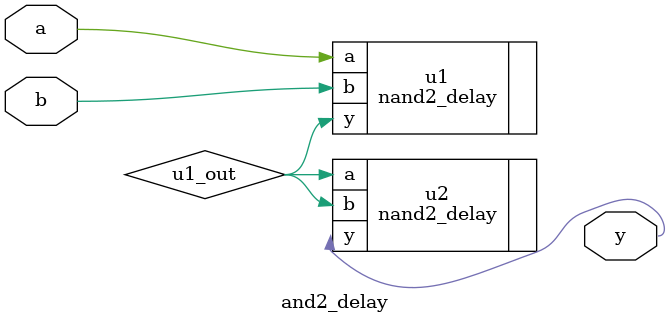
<source format=sv>

module and2_delay ( 
	input logic a,   // First input 
	input logic b,   // Second input 
	output logic y   // Output 
	); 

logic u1_out;

nand2_delay u1 (.a(a), .b(b), .y(u1_out));

nand2_delay u2 (.a(u1_out), .b(u1_out), .y(y));

endmodule
</source>
